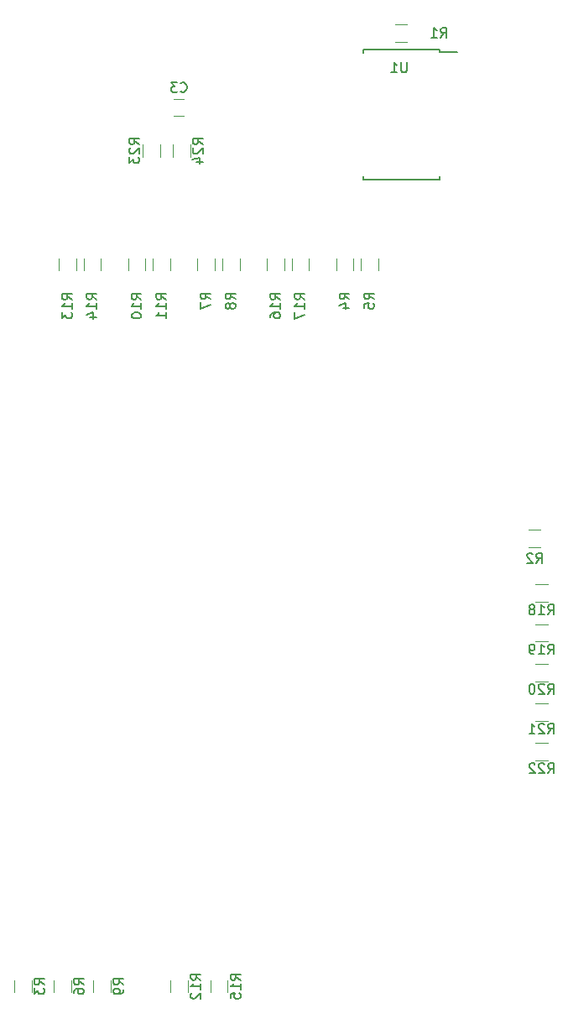
<source format=gbo>
G04 #@! TF.GenerationSoftware,KiCad,Pcbnew,5.1.5*
G04 #@! TF.CreationDate,2020-02-14T07:11:36+01:00*
G04 #@! TF.ProjectId,afterglow_gi_nano_ps,61667465-7267-46c6-9f77-5f67695f6e61,rev?*
G04 #@! TF.SameCoordinates,Original*
G04 #@! TF.FileFunction,Legend,Bot*
G04 #@! TF.FilePolarity,Positive*
%FSLAX46Y46*%
G04 Gerber Fmt 4.6, Leading zero omitted, Abs format (unit mm)*
G04 Created by KiCad (PCBNEW 5.1.5) date 2020-02-14 07:11:36*
%MOMM*%
%LPD*%
G04 APERTURE LIST*
%ADD10C,0.150000*%
%ADD11C,0.120000*%
G04 APERTURE END LIST*
D10*
X101075000Y-32140000D02*
X101075000Y-32390000D01*
X93325000Y-32140000D02*
X93325000Y-32475000D01*
X93325000Y-45290000D02*
X93325000Y-44955000D01*
X101075000Y-45290000D02*
X101075000Y-44955000D01*
X101075000Y-32140000D02*
X93325000Y-32140000D01*
X101075000Y-45290000D02*
X93325000Y-45290000D01*
X101075000Y-32390000D02*
X102875000Y-32390000D01*
D11*
X74250000Y-37150000D02*
X75250000Y-37150000D01*
X75250000Y-38850000D02*
X74250000Y-38850000D01*
X96550000Y-31380000D02*
X97750000Y-31380000D01*
X97750000Y-29620000D02*
X96550000Y-29620000D01*
X110050000Y-82380000D02*
X111250000Y-82380000D01*
X111250000Y-80620000D02*
X110050000Y-80620000D01*
X58120000Y-126050000D02*
X58120000Y-127250000D01*
X59880000Y-127250000D02*
X59880000Y-126050000D01*
X92380000Y-54450000D02*
X92380000Y-53250000D01*
X90620000Y-53250000D02*
X90620000Y-54450000D01*
X93120000Y-53250000D02*
X93120000Y-54450000D01*
X94880000Y-54450000D02*
X94880000Y-53250000D01*
X63880000Y-127250000D02*
X63880000Y-126050000D01*
X62120000Y-126050000D02*
X62120000Y-127250000D01*
X78380000Y-54450000D02*
X78380000Y-53250000D01*
X76620000Y-53250000D02*
X76620000Y-54450000D01*
X80880000Y-54450000D02*
X80880000Y-53250000D01*
X79120000Y-53250000D02*
X79120000Y-54450000D01*
X67880000Y-127250000D02*
X67880000Y-126050000D01*
X66120000Y-126050000D02*
X66120000Y-127250000D01*
X71380000Y-54450000D02*
X71380000Y-53250000D01*
X69620000Y-53250000D02*
X69620000Y-54450000D01*
X72120000Y-53250000D02*
X72120000Y-54450000D01*
X73880000Y-54450000D02*
X73880000Y-53250000D01*
X75680000Y-127250000D02*
X75680000Y-126050000D01*
X73920000Y-126050000D02*
X73920000Y-127250000D01*
X64380000Y-54450000D02*
X64380000Y-53250000D01*
X62620000Y-53250000D02*
X62620000Y-54450000D01*
X65120000Y-53250000D02*
X65120000Y-54450000D01*
X66880000Y-54450000D02*
X66880000Y-53250000D01*
X79680000Y-127250000D02*
X79680000Y-126050000D01*
X77920000Y-126050000D02*
X77920000Y-127250000D01*
X85380000Y-54450000D02*
X85380000Y-53250000D01*
X83620000Y-53250000D02*
X83620000Y-54450000D01*
X86120000Y-53250000D02*
X86120000Y-54450000D01*
X87880000Y-54450000D02*
X87880000Y-53250000D01*
X110750000Y-87880000D02*
X111950000Y-87880000D01*
X111950000Y-86120000D02*
X110750000Y-86120000D01*
X111950000Y-90120000D02*
X110750000Y-90120000D01*
X110750000Y-91880000D02*
X111950000Y-91880000D01*
X111950000Y-94120000D02*
X110750000Y-94120000D01*
X110750000Y-95880000D02*
X111950000Y-95880000D01*
X111950000Y-98120000D02*
X110750000Y-98120000D01*
X110750000Y-99880000D02*
X111950000Y-99880000D01*
X111950000Y-102120000D02*
X110750000Y-102120000D01*
X110750000Y-103880000D02*
X111950000Y-103880000D01*
X71120000Y-41750000D02*
X71120000Y-42950000D01*
X72880000Y-42950000D02*
X72880000Y-41750000D01*
X74120000Y-41750000D02*
X74120000Y-42950000D01*
X75880000Y-42950000D02*
X75880000Y-41750000D01*
D10*
X97761904Y-33452380D02*
X97761904Y-34261904D01*
X97714285Y-34357142D01*
X97666666Y-34404761D01*
X97571428Y-34452380D01*
X97380952Y-34452380D01*
X97285714Y-34404761D01*
X97238095Y-34357142D01*
X97190476Y-34261904D01*
X97190476Y-33452380D01*
X96190476Y-34452380D02*
X96761904Y-34452380D01*
X96476190Y-34452380D02*
X96476190Y-33452380D01*
X96571428Y-33595238D01*
X96666666Y-33690476D01*
X96761904Y-33738095D01*
X74916666Y-36357142D02*
X74964285Y-36404761D01*
X75107142Y-36452380D01*
X75202380Y-36452380D01*
X75345238Y-36404761D01*
X75440476Y-36309523D01*
X75488095Y-36214285D01*
X75535714Y-36023809D01*
X75535714Y-35880952D01*
X75488095Y-35690476D01*
X75440476Y-35595238D01*
X75345238Y-35500000D01*
X75202380Y-35452380D01*
X75107142Y-35452380D01*
X74964285Y-35500000D01*
X74916666Y-35547619D01*
X74583333Y-35452380D02*
X73964285Y-35452380D01*
X74297619Y-35833333D01*
X74154761Y-35833333D01*
X74059523Y-35880952D01*
X74011904Y-35928571D01*
X73964285Y-36023809D01*
X73964285Y-36261904D01*
X74011904Y-36357142D01*
X74059523Y-36404761D01*
X74154761Y-36452380D01*
X74440476Y-36452380D01*
X74535714Y-36404761D01*
X74583333Y-36357142D01*
X101166666Y-30952380D02*
X101500000Y-30476190D01*
X101738095Y-30952380D02*
X101738095Y-29952380D01*
X101357142Y-29952380D01*
X101261904Y-30000000D01*
X101214285Y-30047619D01*
X101166666Y-30142857D01*
X101166666Y-30285714D01*
X101214285Y-30380952D01*
X101261904Y-30428571D01*
X101357142Y-30476190D01*
X101738095Y-30476190D01*
X100214285Y-30952380D02*
X100785714Y-30952380D01*
X100500000Y-30952380D02*
X100500000Y-29952380D01*
X100595238Y-30095238D01*
X100690476Y-30190476D01*
X100785714Y-30238095D01*
X110816666Y-83952380D02*
X111150000Y-83476190D01*
X111388095Y-83952380D02*
X111388095Y-82952380D01*
X111007142Y-82952380D01*
X110911904Y-83000000D01*
X110864285Y-83047619D01*
X110816666Y-83142857D01*
X110816666Y-83285714D01*
X110864285Y-83380952D01*
X110911904Y-83428571D01*
X111007142Y-83476190D01*
X111388095Y-83476190D01*
X110435714Y-83047619D02*
X110388095Y-83000000D01*
X110292857Y-82952380D01*
X110054761Y-82952380D01*
X109959523Y-83000000D01*
X109911904Y-83047619D01*
X109864285Y-83142857D01*
X109864285Y-83238095D01*
X109911904Y-83380952D01*
X110483333Y-83952380D01*
X109864285Y-83952380D01*
X61152380Y-126483333D02*
X60676190Y-126150000D01*
X61152380Y-125911904D02*
X60152380Y-125911904D01*
X60152380Y-126292857D01*
X60200000Y-126388095D01*
X60247619Y-126435714D01*
X60342857Y-126483333D01*
X60485714Y-126483333D01*
X60580952Y-126435714D01*
X60628571Y-126388095D01*
X60676190Y-126292857D01*
X60676190Y-125911904D01*
X60152380Y-126816666D02*
X60152380Y-127435714D01*
X60533333Y-127102380D01*
X60533333Y-127245238D01*
X60580952Y-127340476D01*
X60628571Y-127388095D01*
X60723809Y-127435714D01*
X60961904Y-127435714D01*
X61057142Y-127388095D01*
X61104761Y-127340476D01*
X61152380Y-127245238D01*
X61152380Y-126959523D01*
X61104761Y-126864285D01*
X61057142Y-126816666D01*
X91952380Y-57333333D02*
X91476190Y-57000000D01*
X91952380Y-56761904D02*
X90952380Y-56761904D01*
X90952380Y-57142857D01*
X91000000Y-57238095D01*
X91047619Y-57285714D01*
X91142857Y-57333333D01*
X91285714Y-57333333D01*
X91380952Y-57285714D01*
X91428571Y-57238095D01*
X91476190Y-57142857D01*
X91476190Y-56761904D01*
X91285714Y-58190476D02*
X91952380Y-58190476D01*
X90904761Y-57952380D02*
X91619047Y-57714285D01*
X91619047Y-58333333D01*
X94452380Y-57333333D02*
X93976190Y-57000000D01*
X94452380Y-56761904D02*
X93452380Y-56761904D01*
X93452380Y-57142857D01*
X93500000Y-57238095D01*
X93547619Y-57285714D01*
X93642857Y-57333333D01*
X93785714Y-57333333D01*
X93880952Y-57285714D01*
X93928571Y-57238095D01*
X93976190Y-57142857D01*
X93976190Y-56761904D01*
X93452380Y-58238095D02*
X93452380Y-57761904D01*
X93928571Y-57714285D01*
X93880952Y-57761904D01*
X93833333Y-57857142D01*
X93833333Y-58095238D01*
X93880952Y-58190476D01*
X93928571Y-58238095D01*
X94023809Y-58285714D01*
X94261904Y-58285714D01*
X94357142Y-58238095D01*
X94404761Y-58190476D01*
X94452380Y-58095238D01*
X94452380Y-57857142D01*
X94404761Y-57761904D01*
X94357142Y-57714285D01*
X65152380Y-126483333D02*
X64676190Y-126150000D01*
X65152380Y-125911904D02*
X64152380Y-125911904D01*
X64152380Y-126292857D01*
X64200000Y-126388095D01*
X64247619Y-126435714D01*
X64342857Y-126483333D01*
X64485714Y-126483333D01*
X64580952Y-126435714D01*
X64628571Y-126388095D01*
X64676190Y-126292857D01*
X64676190Y-125911904D01*
X64152380Y-127340476D02*
X64152380Y-127150000D01*
X64200000Y-127054761D01*
X64247619Y-127007142D01*
X64390476Y-126911904D01*
X64580952Y-126864285D01*
X64961904Y-126864285D01*
X65057142Y-126911904D01*
X65104761Y-126959523D01*
X65152380Y-127054761D01*
X65152380Y-127245238D01*
X65104761Y-127340476D01*
X65057142Y-127388095D01*
X64961904Y-127435714D01*
X64723809Y-127435714D01*
X64628571Y-127388095D01*
X64580952Y-127340476D01*
X64533333Y-127245238D01*
X64533333Y-127054761D01*
X64580952Y-126959523D01*
X64628571Y-126911904D01*
X64723809Y-126864285D01*
X77952380Y-57333333D02*
X77476190Y-57000000D01*
X77952380Y-56761904D02*
X76952380Y-56761904D01*
X76952380Y-57142857D01*
X77000000Y-57238095D01*
X77047619Y-57285714D01*
X77142857Y-57333333D01*
X77285714Y-57333333D01*
X77380952Y-57285714D01*
X77428571Y-57238095D01*
X77476190Y-57142857D01*
X77476190Y-56761904D01*
X76952380Y-57666666D02*
X76952380Y-58333333D01*
X77952380Y-57904761D01*
X80452380Y-57333333D02*
X79976190Y-57000000D01*
X80452380Y-56761904D02*
X79452380Y-56761904D01*
X79452380Y-57142857D01*
X79500000Y-57238095D01*
X79547619Y-57285714D01*
X79642857Y-57333333D01*
X79785714Y-57333333D01*
X79880952Y-57285714D01*
X79928571Y-57238095D01*
X79976190Y-57142857D01*
X79976190Y-56761904D01*
X79880952Y-57904761D02*
X79833333Y-57809523D01*
X79785714Y-57761904D01*
X79690476Y-57714285D01*
X79642857Y-57714285D01*
X79547619Y-57761904D01*
X79500000Y-57809523D01*
X79452380Y-57904761D01*
X79452380Y-58095238D01*
X79500000Y-58190476D01*
X79547619Y-58238095D01*
X79642857Y-58285714D01*
X79690476Y-58285714D01*
X79785714Y-58238095D01*
X79833333Y-58190476D01*
X79880952Y-58095238D01*
X79880952Y-57904761D01*
X79928571Y-57809523D01*
X79976190Y-57761904D01*
X80071428Y-57714285D01*
X80261904Y-57714285D01*
X80357142Y-57761904D01*
X80404761Y-57809523D01*
X80452380Y-57904761D01*
X80452380Y-58095238D01*
X80404761Y-58190476D01*
X80357142Y-58238095D01*
X80261904Y-58285714D01*
X80071428Y-58285714D01*
X79976190Y-58238095D01*
X79928571Y-58190476D01*
X79880952Y-58095238D01*
X69152380Y-126483333D02*
X68676190Y-126150000D01*
X69152380Y-125911904D02*
X68152380Y-125911904D01*
X68152380Y-126292857D01*
X68200000Y-126388095D01*
X68247619Y-126435714D01*
X68342857Y-126483333D01*
X68485714Y-126483333D01*
X68580952Y-126435714D01*
X68628571Y-126388095D01*
X68676190Y-126292857D01*
X68676190Y-125911904D01*
X69152380Y-126959523D02*
X69152380Y-127150000D01*
X69104761Y-127245238D01*
X69057142Y-127292857D01*
X68914285Y-127388095D01*
X68723809Y-127435714D01*
X68342857Y-127435714D01*
X68247619Y-127388095D01*
X68200000Y-127340476D01*
X68152380Y-127245238D01*
X68152380Y-127054761D01*
X68200000Y-126959523D01*
X68247619Y-126911904D01*
X68342857Y-126864285D01*
X68580952Y-126864285D01*
X68676190Y-126911904D01*
X68723809Y-126959523D01*
X68771428Y-127054761D01*
X68771428Y-127245238D01*
X68723809Y-127340476D01*
X68676190Y-127388095D01*
X68580952Y-127435714D01*
X70952380Y-57357142D02*
X70476190Y-57023809D01*
X70952380Y-56785714D02*
X69952380Y-56785714D01*
X69952380Y-57166666D01*
X70000000Y-57261904D01*
X70047619Y-57309523D01*
X70142857Y-57357142D01*
X70285714Y-57357142D01*
X70380952Y-57309523D01*
X70428571Y-57261904D01*
X70476190Y-57166666D01*
X70476190Y-56785714D01*
X70952380Y-58309523D02*
X70952380Y-57738095D01*
X70952380Y-58023809D02*
X69952380Y-58023809D01*
X70095238Y-57928571D01*
X70190476Y-57833333D01*
X70238095Y-57738095D01*
X69952380Y-58928571D02*
X69952380Y-59023809D01*
X70000000Y-59119047D01*
X70047619Y-59166666D01*
X70142857Y-59214285D01*
X70333333Y-59261904D01*
X70571428Y-59261904D01*
X70761904Y-59214285D01*
X70857142Y-59166666D01*
X70904761Y-59119047D01*
X70952380Y-59023809D01*
X70952380Y-58928571D01*
X70904761Y-58833333D01*
X70857142Y-58785714D01*
X70761904Y-58738095D01*
X70571428Y-58690476D01*
X70333333Y-58690476D01*
X70142857Y-58738095D01*
X70047619Y-58785714D01*
X70000000Y-58833333D01*
X69952380Y-58928571D01*
X73452380Y-57357142D02*
X72976190Y-57023809D01*
X73452380Y-56785714D02*
X72452380Y-56785714D01*
X72452380Y-57166666D01*
X72500000Y-57261904D01*
X72547619Y-57309523D01*
X72642857Y-57357142D01*
X72785714Y-57357142D01*
X72880952Y-57309523D01*
X72928571Y-57261904D01*
X72976190Y-57166666D01*
X72976190Y-56785714D01*
X73452380Y-58309523D02*
X73452380Y-57738095D01*
X73452380Y-58023809D02*
X72452380Y-58023809D01*
X72595238Y-57928571D01*
X72690476Y-57833333D01*
X72738095Y-57738095D01*
X73452380Y-59261904D02*
X73452380Y-58690476D01*
X73452380Y-58976190D02*
X72452380Y-58976190D01*
X72595238Y-58880952D01*
X72690476Y-58785714D01*
X72738095Y-58690476D01*
X76952380Y-126007142D02*
X76476190Y-125673809D01*
X76952380Y-125435714D02*
X75952380Y-125435714D01*
X75952380Y-125816666D01*
X76000000Y-125911904D01*
X76047619Y-125959523D01*
X76142857Y-126007142D01*
X76285714Y-126007142D01*
X76380952Y-125959523D01*
X76428571Y-125911904D01*
X76476190Y-125816666D01*
X76476190Y-125435714D01*
X76952380Y-126959523D02*
X76952380Y-126388095D01*
X76952380Y-126673809D02*
X75952380Y-126673809D01*
X76095238Y-126578571D01*
X76190476Y-126483333D01*
X76238095Y-126388095D01*
X76047619Y-127340476D02*
X76000000Y-127388095D01*
X75952380Y-127483333D01*
X75952380Y-127721428D01*
X76000000Y-127816666D01*
X76047619Y-127864285D01*
X76142857Y-127911904D01*
X76238095Y-127911904D01*
X76380952Y-127864285D01*
X76952380Y-127292857D01*
X76952380Y-127911904D01*
X63952380Y-57357142D02*
X63476190Y-57023809D01*
X63952380Y-56785714D02*
X62952380Y-56785714D01*
X62952380Y-57166666D01*
X63000000Y-57261904D01*
X63047619Y-57309523D01*
X63142857Y-57357142D01*
X63285714Y-57357142D01*
X63380952Y-57309523D01*
X63428571Y-57261904D01*
X63476190Y-57166666D01*
X63476190Y-56785714D01*
X63952380Y-58309523D02*
X63952380Y-57738095D01*
X63952380Y-58023809D02*
X62952380Y-58023809D01*
X63095238Y-57928571D01*
X63190476Y-57833333D01*
X63238095Y-57738095D01*
X62952380Y-58642857D02*
X62952380Y-59261904D01*
X63333333Y-58928571D01*
X63333333Y-59071428D01*
X63380952Y-59166666D01*
X63428571Y-59214285D01*
X63523809Y-59261904D01*
X63761904Y-59261904D01*
X63857142Y-59214285D01*
X63904761Y-59166666D01*
X63952380Y-59071428D01*
X63952380Y-58785714D01*
X63904761Y-58690476D01*
X63857142Y-58642857D01*
X66452380Y-57357142D02*
X65976190Y-57023809D01*
X66452380Y-56785714D02*
X65452380Y-56785714D01*
X65452380Y-57166666D01*
X65500000Y-57261904D01*
X65547619Y-57309523D01*
X65642857Y-57357142D01*
X65785714Y-57357142D01*
X65880952Y-57309523D01*
X65928571Y-57261904D01*
X65976190Y-57166666D01*
X65976190Y-56785714D01*
X66452380Y-58309523D02*
X66452380Y-57738095D01*
X66452380Y-58023809D02*
X65452380Y-58023809D01*
X65595238Y-57928571D01*
X65690476Y-57833333D01*
X65738095Y-57738095D01*
X65785714Y-59166666D02*
X66452380Y-59166666D01*
X65404761Y-58928571D02*
X66119047Y-58690476D01*
X66119047Y-59309523D01*
X80952380Y-126007142D02*
X80476190Y-125673809D01*
X80952380Y-125435714D02*
X79952380Y-125435714D01*
X79952380Y-125816666D01*
X80000000Y-125911904D01*
X80047619Y-125959523D01*
X80142857Y-126007142D01*
X80285714Y-126007142D01*
X80380952Y-125959523D01*
X80428571Y-125911904D01*
X80476190Y-125816666D01*
X80476190Y-125435714D01*
X80952380Y-126959523D02*
X80952380Y-126388095D01*
X80952380Y-126673809D02*
X79952380Y-126673809D01*
X80095238Y-126578571D01*
X80190476Y-126483333D01*
X80238095Y-126388095D01*
X79952380Y-127864285D02*
X79952380Y-127388095D01*
X80428571Y-127340476D01*
X80380952Y-127388095D01*
X80333333Y-127483333D01*
X80333333Y-127721428D01*
X80380952Y-127816666D01*
X80428571Y-127864285D01*
X80523809Y-127911904D01*
X80761904Y-127911904D01*
X80857142Y-127864285D01*
X80904761Y-127816666D01*
X80952380Y-127721428D01*
X80952380Y-127483333D01*
X80904761Y-127388095D01*
X80857142Y-127340476D01*
X84952380Y-57357142D02*
X84476190Y-57023809D01*
X84952380Y-56785714D02*
X83952380Y-56785714D01*
X83952380Y-57166666D01*
X84000000Y-57261904D01*
X84047619Y-57309523D01*
X84142857Y-57357142D01*
X84285714Y-57357142D01*
X84380952Y-57309523D01*
X84428571Y-57261904D01*
X84476190Y-57166666D01*
X84476190Y-56785714D01*
X84952380Y-58309523D02*
X84952380Y-57738095D01*
X84952380Y-58023809D02*
X83952380Y-58023809D01*
X84095238Y-57928571D01*
X84190476Y-57833333D01*
X84238095Y-57738095D01*
X83952380Y-59166666D02*
X83952380Y-58976190D01*
X84000000Y-58880952D01*
X84047619Y-58833333D01*
X84190476Y-58738095D01*
X84380952Y-58690476D01*
X84761904Y-58690476D01*
X84857142Y-58738095D01*
X84904761Y-58785714D01*
X84952380Y-58880952D01*
X84952380Y-59071428D01*
X84904761Y-59166666D01*
X84857142Y-59214285D01*
X84761904Y-59261904D01*
X84523809Y-59261904D01*
X84428571Y-59214285D01*
X84380952Y-59166666D01*
X84333333Y-59071428D01*
X84333333Y-58880952D01*
X84380952Y-58785714D01*
X84428571Y-58738095D01*
X84523809Y-58690476D01*
X87452380Y-57357142D02*
X86976190Y-57023809D01*
X87452380Y-56785714D02*
X86452380Y-56785714D01*
X86452380Y-57166666D01*
X86500000Y-57261904D01*
X86547619Y-57309523D01*
X86642857Y-57357142D01*
X86785714Y-57357142D01*
X86880952Y-57309523D01*
X86928571Y-57261904D01*
X86976190Y-57166666D01*
X86976190Y-56785714D01*
X87452380Y-58309523D02*
X87452380Y-57738095D01*
X87452380Y-58023809D02*
X86452380Y-58023809D01*
X86595238Y-57928571D01*
X86690476Y-57833333D01*
X86738095Y-57738095D01*
X86452380Y-58642857D02*
X86452380Y-59309523D01*
X87452380Y-58880952D01*
X111992857Y-89152380D02*
X112326190Y-88676190D01*
X112564285Y-89152380D02*
X112564285Y-88152380D01*
X112183333Y-88152380D01*
X112088095Y-88200000D01*
X112040476Y-88247619D01*
X111992857Y-88342857D01*
X111992857Y-88485714D01*
X112040476Y-88580952D01*
X112088095Y-88628571D01*
X112183333Y-88676190D01*
X112564285Y-88676190D01*
X111040476Y-89152380D02*
X111611904Y-89152380D01*
X111326190Y-89152380D02*
X111326190Y-88152380D01*
X111421428Y-88295238D01*
X111516666Y-88390476D01*
X111611904Y-88438095D01*
X110469047Y-88580952D02*
X110564285Y-88533333D01*
X110611904Y-88485714D01*
X110659523Y-88390476D01*
X110659523Y-88342857D01*
X110611904Y-88247619D01*
X110564285Y-88200000D01*
X110469047Y-88152380D01*
X110278571Y-88152380D01*
X110183333Y-88200000D01*
X110135714Y-88247619D01*
X110088095Y-88342857D01*
X110088095Y-88390476D01*
X110135714Y-88485714D01*
X110183333Y-88533333D01*
X110278571Y-88580952D01*
X110469047Y-88580952D01*
X110564285Y-88628571D01*
X110611904Y-88676190D01*
X110659523Y-88771428D01*
X110659523Y-88961904D01*
X110611904Y-89057142D01*
X110564285Y-89104761D01*
X110469047Y-89152380D01*
X110278571Y-89152380D01*
X110183333Y-89104761D01*
X110135714Y-89057142D01*
X110088095Y-88961904D01*
X110088095Y-88771428D01*
X110135714Y-88676190D01*
X110183333Y-88628571D01*
X110278571Y-88580952D01*
X111992857Y-93152380D02*
X112326190Y-92676190D01*
X112564285Y-93152380D02*
X112564285Y-92152380D01*
X112183333Y-92152380D01*
X112088095Y-92200000D01*
X112040476Y-92247619D01*
X111992857Y-92342857D01*
X111992857Y-92485714D01*
X112040476Y-92580952D01*
X112088095Y-92628571D01*
X112183333Y-92676190D01*
X112564285Y-92676190D01*
X111040476Y-93152380D02*
X111611904Y-93152380D01*
X111326190Y-93152380D02*
X111326190Y-92152380D01*
X111421428Y-92295238D01*
X111516666Y-92390476D01*
X111611904Y-92438095D01*
X110564285Y-93152380D02*
X110373809Y-93152380D01*
X110278571Y-93104761D01*
X110230952Y-93057142D01*
X110135714Y-92914285D01*
X110088095Y-92723809D01*
X110088095Y-92342857D01*
X110135714Y-92247619D01*
X110183333Y-92200000D01*
X110278571Y-92152380D01*
X110469047Y-92152380D01*
X110564285Y-92200000D01*
X110611904Y-92247619D01*
X110659523Y-92342857D01*
X110659523Y-92580952D01*
X110611904Y-92676190D01*
X110564285Y-92723809D01*
X110469047Y-92771428D01*
X110278571Y-92771428D01*
X110183333Y-92723809D01*
X110135714Y-92676190D01*
X110088095Y-92580952D01*
X111992857Y-97152380D02*
X112326190Y-96676190D01*
X112564285Y-97152380D02*
X112564285Y-96152380D01*
X112183333Y-96152380D01*
X112088095Y-96200000D01*
X112040476Y-96247619D01*
X111992857Y-96342857D01*
X111992857Y-96485714D01*
X112040476Y-96580952D01*
X112088095Y-96628571D01*
X112183333Y-96676190D01*
X112564285Y-96676190D01*
X111611904Y-96247619D02*
X111564285Y-96200000D01*
X111469047Y-96152380D01*
X111230952Y-96152380D01*
X111135714Y-96200000D01*
X111088095Y-96247619D01*
X111040476Y-96342857D01*
X111040476Y-96438095D01*
X111088095Y-96580952D01*
X111659523Y-97152380D01*
X111040476Y-97152380D01*
X110421428Y-96152380D02*
X110326190Y-96152380D01*
X110230952Y-96200000D01*
X110183333Y-96247619D01*
X110135714Y-96342857D01*
X110088095Y-96533333D01*
X110088095Y-96771428D01*
X110135714Y-96961904D01*
X110183333Y-97057142D01*
X110230952Y-97104761D01*
X110326190Y-97152380D01*
X110421428Y-97152380D01*
X110516666Y-97104761D01*
X110564285Y-97057142D01*
X110611904Y-96961904D01*
X110659523Y-96771428D01*
X110659523Y-96533333D01*
X110611904Y-96342857D01*
X110564285Y-96247619D01*
X110516666Y-96200000D01*
X110421428Y-96152380D01*
X111992857Y-101152380D02*
X112326190Y-100676190D01*
X112564285Y-101152380D02*
X112564285Y-100152380D01*
X112183333Y-100152380D01*
X112088095Y-100200000D01*
X112040476Y-100247619D01*
X111992857Y-100342857D01*
X111992857Y-100485714D01*
X112040476Y-100580952D01*
X112088095Y-100628571D01*
X112183333Y-100676190D01*
X112564285Y-100676190D01*
X111611904Y-100247619D02*
X111564285Y-100200000D01*
X111469047Y-100152380D01*
X111230952Y-100152380D01*
X111135714Y-100200000D01*
X111088095Y-100247619D01*
X111040476Y-100342857D01*
X111040476Y-100438095D01*
X111088095Y-100580952D01*
X111659523Y-101152380D01*
X111040476Y-101152380D01*
X110088095Y-101152380D02*
X110659523Y-101152380D01*
X110373809Y-101152380D02*
X110373809Y-100152380D01*
X110469047Y-100295238D01*
X110564285Y-100390476D01*
X110659523Y-100438095D01*
X111992857Y-105152380D02*
X112326190Y-104676190D01*
X112564285Y-105152380D02*
X112564285Y-104152380D01*
X112183333Y-104152380D01*
X112088095Y-104200000D01*
X112040476Y-104247619D01*
X111992857Y-104342857D01*
X111992857Y-104485714D01*
X112040476Y-104580952D01*
X112088095Y-104628571D01*
X112183333Y-104676190D01*
X112564285Y-104676190D01*
X111611904Y-104247619D02*
X111564285Y-104200000D01*
X111469047Y-104152380D01*
X111230952Y-104152380D01*
X111135714Y-104200000D01*
X111088095Y-104247619D01*
X111040476Y-104342857D01*
X111040476Y-104438095D01*
X111088095Y-104580952D01*
X111659523Y-105152380D01*
X111040476Y-105152380D01*
X110659523Y-104247619D02*
X110611904Y-104200000D01*
X110516666Y-104152380D01*
X110278571Y-104152380D01*
X110183333Y-104200000D01*
X110135714Y-104247619D01*
X110088095Y-104342857D01*
X110088095Y-104438095D01*
X110135714Y-104580952D01*
X110707142Y-105152380D01*
X110088095Y-105152380D01*
X70752380Y-41707142D02*
X70276190Y-41373809D01*
X70752380Y-41135714D02*
X69752380Y-41135714D01*
X69752380Y-41516666D01*
X69800000Y-41611904D01*
X69847619Y-41659523D01*
X69942857Y-41707142D01*
X70085714Y-41707142D01*
X70180952Y-41659523D01*
X70228571Y-41611904D01*
X70276190Y-41516666D01*
X70276190Y-41135714D01*
X69847619Y-42088095D02*
X69800000Y-42135714D01*
X69752380Y-42230952D01*
X69752380Y-42469047D01*
X69800000Y-42564285D01*
X69847619Y-42611904D01*
X69942857Y-42659523D01*
X70038095Y-42659523D01*
X70180952Y-42611904D01*
X70752380Y-42040476D01*
X70752380Y-42659523D01*
X69752380Y-42992857D02*
X69752380Y-43611904D01*
X70133333Y-43278571D01*
X70133333Y-43421428D01*
X70180952Y-43516666D01*
X70228571Y-43564285D01*
X70323809Y-43611904D01*
X70561904Y-43611904D01*
X70657142Y-43564285D01*
X70704761Y-43516666D01*
X70752380Y-43421428D01*
X70752380Y-43135714D01*
X70704761Y-43040476D01*
X70657142Y-42992857D01*
X77152380Y-41707142D02*
X76676190Y-41373809D01*
X77152380Y-41135714D02*
X76152380Y-41135714D01*
X76152380Y-41516666D01*
X76200000Y-41611904D01*
X76247619Y-41659523D01*
X76342857Y-41707142D01*
X76485714Y-41707142D01*
X76580952Y-41659523D01*
X76628571Y-41611904D01*
X76676190Y-41516666D01*
X76676190Y-41135714D01*
X76247619Y-42088095D02*
X76200000Y-42135714D01*
X76152380Y-42230952D01*
X76152380Y-42469047D01*
X76200000Y-42564285D01*
X76247619Y-42611904D01*
X76342857Y-42659523D01*
X76438095Y-42659523D01*
X76580952Y-42611904D01*
X77152380Y-42040476D01*
X77152380Y-42659523D01*
X76485714Y-43516666D02*
X77152380Y-43516666D01*
X76104761Y-43278571D02*
X76819047Y-43040476D01*
X76819047Y-43659523D01*
M02*

</source>
